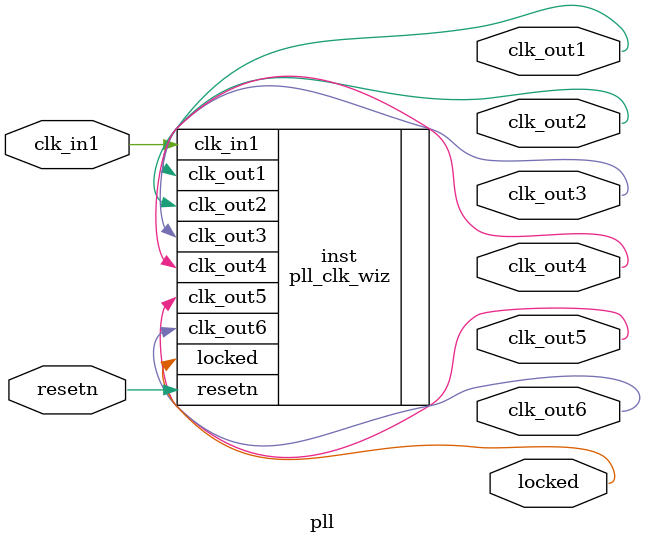
<source format=v>


`timescale 1ps/1ps

(* CORE_GENERATION_INFO = "pll,clk_wiz_v6_0_2_0_0,{component_name=pll,use_phase_alignment=true,use_min_o_jitter=false,use_max_i_jitter=false,use_dyn_phase_shift=false,use_inclk_switchover=false,use_dyn_reconfig=false,enable_axi=0,feedback_source=FDBK_AUTO,PRIMITIVE=PLL,num_out_clk=6,clkin1_period=20.000,clkin2_period=10.0,use_power_down=false,use_reset=true,use_locked=true,use_inclk_stopped=false,feedback_type=SINGLE,CLOCK_MGR_TYPE=NA,manual_override=false}" *)

module pll 
 (
  // Clock out ports
  output        clk_out1,
  output        clk_out2,
  output        clk_out3,
  output        clk_out4,
  output        clk_out5,
  output        clk_out6,
  // Status and control signals
  input         resetn,
  output        locked,
 // Clock in ports
  input         clk_in1
 );

  pll_clk_wiz inst
  (
  // Clock out ports  
  .clk_out1(clk_out1),
  .clk_out2(clk_out2),
  .clk_out3(clk_out3),
  .clk_out4(clk_out4),
  .clk_out5(clk_out5),
  .clk_out6(clk_out6),
  // Status and control signals               
  .resetn(resetn), 
  .locked(locked),
 // Clock in ports
  .clk_in1(clk_in1)
  );

endmodule

</source>
